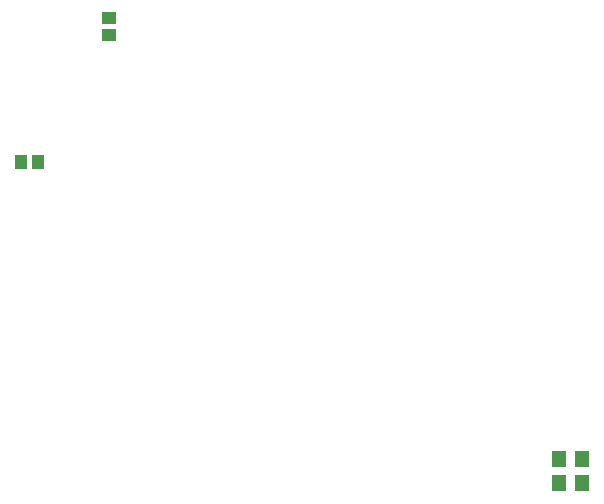
<source format=gbp>
G04*
G04 #@! TF.GenerationSoftware,Altium Limited,Altium Designer,25.4.2 (15)*
G04*
G04 Layer_Color=128*
%FSLAX44Y44*%
%MOMM*%
G71*
G04*
G04 #@! TF.SameCoordinates,145FFF0F-7840-416A-8FEA-007F4607A66E*
G04*
G04*
G04 #@! TF.FilePolarity,Positive*
G04*
G01*
G75*
%ADD70R,1.0500X1.3000*%
%ADD86R,1.3000X1.0500*%
%ADD93R,1.2000X1.4500*%
D70*
X702250Y795000D02*
D03*
X687750D02*
D03*
D86*
X762500Y917250D02*
D03*
Y902750D02*
D03*
D93*
X1163320Y523240D02*
D03*
X1143320D02*
D03*
X1163320Y543560D02*
D03*
X1143320D02*
D03*
M02*

</source>
